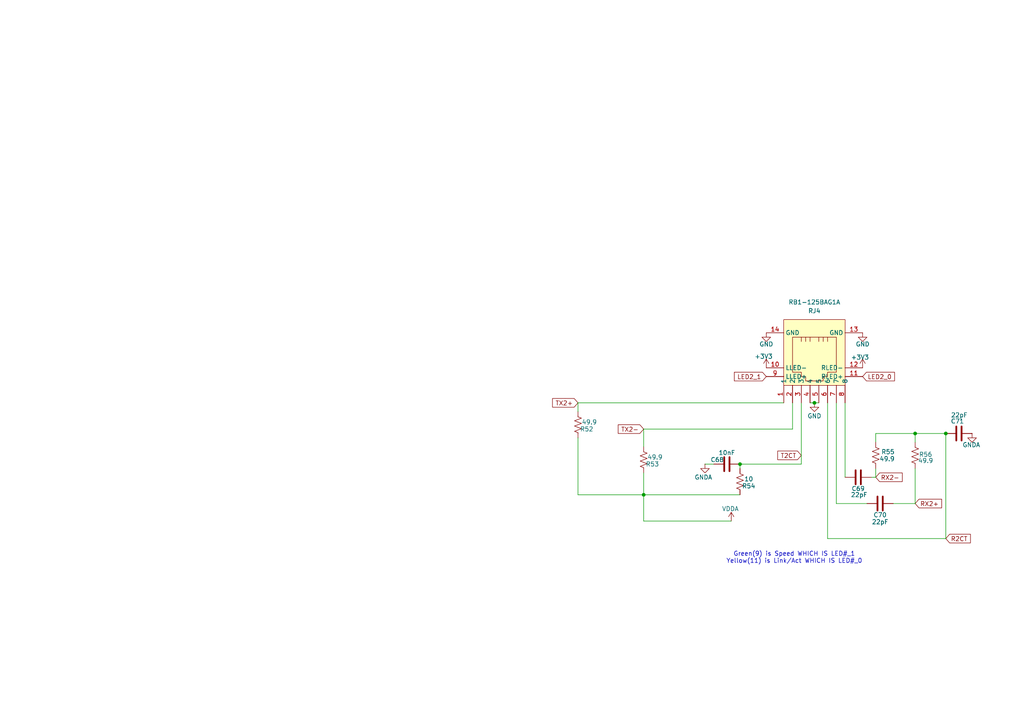
<source format=kicad_sch>
(kicad_sch (version 20250114) (generator "eeschema") (generator_version "9.0")
  (paper "A4")
  (title_block (date "2025-04-01") (rev "1") (company "Bronco Space") (comment 1 "SCALES") (comment 2 "By John Pollak"))
  (lib_symbols
    (symbol "Device:C" (pin_numbers (hide yes)) (pin_names (offset 0.254))
      (property "Reference" "C" (at 0.635 2.54 0))
      (property "Value" "C" (at 0.635 -2.54 0))
      (symbol "C_0_1"
        (polyline (pts (xy -2.032 0.762) (xy 2.032 0.762)) (stroke (width 0.508)))
        (polyline (pts (xy -2.032 -0.762) (xy 2.032 -0.762)) (stroke (width 0.508)))
      )
      (symbol "C_1_1"
        (pin passive line (at 0 3.81 270) (length 2.794) (name "~") (number "1"))
        (pin passive line (at 0 -3.81 90) (length 2.794) (name "~") (number "2"))
      )
    )
    (symbol "Device:R_US" (pin_numbers (hide yes)) (pin_names (offset 0))
      (property "Reference" "R" (at 2.54 0 90))
      (property "Value" "R_US" (at -2.54 0 90))
      (symbol "R_US_0_1"
        (polyline (pts (xy 0 2.286) (xy 0 2.54)))
        (polyline (pts (xy 0 2.286) (xy 1.016 1.905) (xy 0 1.524) (xy -1.016 1.143) (xy 0 0.762)))
        (polyline (pts (xy 0 0.762) (xy 1.016 0.381) (xy 0 0) (xy -1.016 -0.381) (xy 0 -0.762)))
        (polyline (pts (xy 0 -0.762) (xy 1.016 -1.143) (xy 0 -1.524) (xy -1.016 -1.905) (xy 0 -2.286)))
        (polyline (pts (xy 0 -2.286) (xy 0 -2.54)))
      )
      (symbol "R_US_1_1"
        (pin passive line (at 0 3.81 270) (length 1.27) (name "~") (number "1"))
        (pin passive line (at 0 -3.81 90) (length 1.27) (name "~") (number "2"))
      )
    )
    (symbol "easyeda2kicad:RB1-125BAG1A"
      (property "Reference" "RJ" (at 0 12.7 0))
      (property "Value" "RB1-125BAG1A" (at 0 -17.78 0))
      (symbol "RB1-125BAG1A_0_1"
        (rectangle (start -7.62 11.43) (end 10.16 -7.62) (fill (type background)))
        (polyline (pts (xy -2.54 6.35) (xy -2.54 5.08) (xy -2.54 5.08)))
        (polyline (pts (xy -1.27 6.35) (xy -1.27 5.08) (xy -1.27 5.08)))
        (polyline (pts (xy 0 6.35) (xy 0 5.08) (xy 0 5.08)))
        (polyline (pts (xy 2.54 6.35) (xy 2.54 5.08) (xy 2.54 5.08)))
        (polyline (pts (xy 3.81 6.35) (xy 3.81 5.08) (xy 3.81 5.08)))
        (polyline (pts (xy 5.08 6.35) (xy 5.08 5.08) (xy 5.08 5.08)))
        (polyline (pts (xy 7.62 6.35) (xy -5.08 6.35) (xy -5.08 -3.81) (xy -2.54 -3.81) (xy -2.54 -5.08) (xy -1.27 -5.08) (xy -1.27 -5.08) (xy -1.27 -6.35) (xy 3.81 -6.35) (xy 3.81 -5.08) (xy 5.08 -5.08) (xy 5.08 -3.81) (xy 7.62 -3.81) (xy 7.62 6.35) (xy 7.62 5.08)))
        (pin unspecified line (at -12.7 7.62 0) (length 5.08) (name "GND") (number "14"))
        (pin unspecified line (at -12.7 -2.54 0) (length 5.08) (name "LLED-") (number "10"))
        (pin unspecified line (at -12.7 -5.08 0) (length 5.08) (name "LLED+") (number "9"))
        (pin unspecified line (at -7.62 -12.7 90) (length 5.08) (name "1") (number "1"))
        (pin unspecified line (at -5.08 -12.7 90) (length 5.08) (name "2") (number "2"))
        (pin unspecified line (at -2.54 -12.7 90) (length 5.08) (name "3") (number "3"))
        (pin unspecified line (at 0 -12.7 90) (length 5.08) (name "4") (number "4"))
        (pin unspecified line (at 2.54 -12.7 90) (length 5.08) (name "5") (number "5"))
        (pin unspecified line (at 5.08 -12.7 90) (length 5.08) (name "6") (number "6"))
        (pin unspecified line (at 7.62 -12.7 90) (length 5.08) (name "7") (number "7"))
        (pin unspecified line (at 10.16 -12.7 90) (length 5.08) (name "8") (number "8"))
        (pin unspecified line (at 15.24 7.62 180) (length 5.08) (name "GND") (number "13"))
        (pin unspecified line (at 15.24 -2.54 180) (length 5.08) (name "RLED-") (number "12"))
        (pin unspecified line (at 15.24 -5.08 180) (length 5.08) (name "RLED+") (number "11"))
      )
    )
    (symbol "power:+3V3" (power) (pin_numbers (hide yes)) (pin_names (offset 0) (hide yes))
      (property "Value" "+3V3" (at 0 3.556 0))
      (symbol "+3V3_0_1"
        (polyline (pts (xy -0.762 1.27) (xy 0 2.54)))
        (polyline (pts (xy 0 2.54) (xy 0.762 1.27)))
        (polyline (pts (xy 0 0) (xy 0 2.54)))
      )
      (symbol "+3V3_1_1"
        (pin power_in line (at 0 0 90) (length 0) (name "~") (number "1"))
      )
    )
    (symbol "power:GND" (power) (pin_numbers (hide yes)) (pin_names (offset 0) (hide yes))
      (property "Value" "GND" (at 0 -3.81 0))
      (symbol "GND_0_1"
        (polyline (pts (xy 0 0) (xy 0 -1.27) (xy 1.27 -1.27) (xy 0 -2.54) (xy -1.27 -1.27) (xy 0 -1.27)))
      )
      (symbol "GND_1_1"
        (pin power_in line (at 0 0 270) (length 0) (name "~") (number "1"))
      )
    )
    (symbol "power:VPP" (power) (pin_numbers (hide yes)) (pin_names (offset 0) (hide yes))
      (property "Value" "VPP" (at 0 3.556 0))
      (symbol "VPP_0_1"
        (polyline (pts (xy -0.762 1.27) (xy 0 2.54)))
        (polyline (pts (xy 0 2.54) (xy 0.762 1.27)))
        (polyline (pts (xy 0 0) (xy 0 2.54)))
      )
      (symbol "VPP_1_1"
        (pin power_in line (at 0 0 90) (length 0) (name "~") (number "1"))
      )
    )
  )
  (text "Green(9) is Speed WHICH IS LED#_1\nYellow(11) is Link/Act WHICH IS LED#_0\n" (at 230.378 161.798 0) (effects (font (size 1.27 1.27))))
  (junction (at 186.69 143.51))
  (junction (at 236.22 116.84))
  (junction (at 214.63 134.62))
  (junction (at 265.43 125.73))
  (junction (at 274.32 125.73))
  (wire (pts (xy 265.43 125.73) (xy 265.43 128.27)))
  (wire (pts (xy 229.87 124.46) (xy 186.69 124.46)))
  (wire (pts (xy 186.69 151.13) (xy 186.69 143.51)))
  (wire (pts (xy 254 125.73) (xy 254 128.27)))
  (wire (pts (xy 254 138.43) (xy 252.73 138.43)))
  (wire (pts (xy 214.63 135.89) (xy 214.63 134.62)))
  (wire (pts (xy 232.41 116.84) (xy 232.41 134.62)))
  (wire (pts (xy 245.11 116.84) (xy 245.11 138.43)))
  (wire (pts (xy 240.03 116.84) (xy 240.03 156.21)))
  (wire (pts (xy 186.69 137.16) (xy 186.69 143.51)))
  (wire (pts (xy 242.57 146.05) (xy 242.57 116.84)))
  (wire (pts (xy 167.64 116.84) (xy 227.33 116.84)))
  (wire (pts (xy 254 138.43) (xy 254 135.89)))
  (wire (pts (xy 167.64 116.84) (xy 167.64 119.38)))
  (wire (pts (xy 274.32 156.21) (xy 274.32 125.73)))
  (wire (pts (xy 214.63 143.51) (xy 186.69 143.51)))
  (wire (pts (xy 186.69 129.54) (xy 186.69 124.46)))
  (wire (pts (xy 214.63 134.62) (xy 232.41 134.62)))
  (wire (pts (xy 167.64 127) (xy 167.64 143.51)))
  (wire (pts (xy 236.22 116.84) (xy 234.95 116.84)))
  (wire (pts (xy 251.46 146.05) (xy 242.57 146.05)))
  (wire (pts (xy 229.87 124.46) (xy 229.87 116.84)))
  (wire (pts (xy 274.32 125.73) (xy 265.43 125.73)))
  (wire (pts (xy 167.64 143.51) (xy 186.69 143.51)))
  (wire (pts (xy 212.09 151.13) (xy 186.69 151.13)))
  (wire (pts (xy 237.49 116.84) (xy 236.22 116.84)))
  (wire (pts (xy 259.08 146.05) (xy 265.43 146.05)))
  (wire (pts (xy 254 125.73) (xy 265.43 125.73)))
  (wire (pts (xy 204.47 134.62) (xy 207.01 134.62)))
  (wire (pts (xy 265.43 146.05) (xy 265.43 135.89)))
  (wire (pts (xy 240.03 156.21) (xy 274.32 156.21)))
  (global_label "R2CT" (shape input) (at 274.32 156.21 0) (property "Intersheetrefs" "${INTERSHEET_REFS}" (effects (hide yes))))
  (global_label "RX2-" (shape input) (at 254 138.43 0) (property "Intersheetrefs" "${INTERSHEET_REFS}" (effects (hide yes))))
  (global_label "TX2+" (shape input) (at 167.64 116.84 180) (property "Intersheetrefs" "${INTERSHEET_REFS}" (effects (hide yes))))
  (global_label "TX2-" (shape input) (at 186.69 124.46 180) (property "Intersheetrefs" "${INTERSHEET_REFS}" (effects (hide yes))))
  (global_label "LED2_1" (shape input) (at 222.25 109.22 180) (property "Intersheetrefs" "${INTERSHEET_REFS}" (effects (hide yes))))
  (global_label "LED2_0" (shape input) (at 250.19 109.22 0) (property "Intersheetrefs" "${INTERSHEET_REFS}" (effects (hide yes))))
  (global_label "T2CT" (shape input) (at 232.41 132.08 180) (property "Intersheetrefs" "${INTERSHEET_REFS}" (effects (hide yes))))
  (global_label "RX2+" (shape input) (at 265.43 146.05 0) (property "Intersheetrefs" "${INTERSHEET_REFS}" (effects (hide yes))))
  (symbol (lib_id "power:+3V3") (at 250.19 106.68 0) (unit 1)
    (property "Reference" "#PWR0133" (effects (hide yes)))
    (property "Value" "+3V3" (at 249.428 103.632 0))
    (property "Description" "Power symbol creates a global label with name \"+3V3\"" (effects (hide yes)))
  )
  (symbol (lib_id "power:GND") (at 236.22 116.84 0) (unit 1)
    (property "Reference" "#PWR0131" (effects (hide yes)))
    (property "Value" "GND" (at 236.22 120.65 0))
    (property "Description" "Power symbol creates a global label with name \"GND\" , ground" (effects (hide yes)))
  )
  (symbol (lib_id "Device:R_US") (at 186.69 133.35 0) (unit 1)
    (property "Reference" "R53" (at 189.23 134.62 0))
    (property "Value" "49.9" (at 189.992 132.588 0))
    (property "Footprint" "Resistor_SMD:R_0603_1608Metric" (effects (hide yes)))
    (property "Description" "Resistor, US symbol" (effects (hide yes)))
  )
  (symbol (lib_id "Device:R_US") (at 265.43 132.08 0) (unit 1)
    (property "Reference" "R56" (at 268.478 131.826 0))
    (property "Value" "49.9" (at 268.478 133.604 0))
    (property "Footprint" "Resistor_SMD:R_0603_1608Metric" (effects (hide yes)))
    (property "Description" "Resistor, US symbol" (effects (hide yes)))
  )
  (symbol (lib_id "easyeda2kicad:RB1-125BAG1A") (at 234.95 104.14 0) (unit 1)
    (property "Reference" "RJ4" (at 236.22 90.17 0))
    (property "Value" "RB1-125BAG1A" (at 236.22 87.63 0))
    (property "Footprint" "easyeda2kicad:RJ45-TH_RB1-125BAG1A" (effects (hide yes)))
    (property "Datasheet" "https://lcsc.com/product-detail/Ethernet-Connectors-Modular-Connectors-RJ45-RJ11_WIZNET-RB1-125BAG1A_C910370.html" (effects (hide yes)))
    (property "LCSC Part" "C910370" (effects (hide yes)))
  )
  (symbol (lib_id "power:+3V3") (at 222.25 106.68 0) (unit 1)
    (property "Reference" "#PWR0130" (effects (hide yes)))
    (property "Value" "+3V3" (at 221.488 103.378 0))
    (property "Description" "Power symbol creates a global label with name \"+3V3\"" (effects (hide yes)))
  )
  (symbol (lib_id "Device:C") (at 248.92 138.43 270) (unit 1)
    (property "Reference" "C69" (at 248.92 141.732 90))
    (property "Value" "22pF" (at 249.174 143.51 90))
    (property "Footprint" "Capacitor_SMD:C_0402_1005Metric" (effects (hide yes)))
    (property "Description" "Unpolarized capacitor" (effects (hide yes)))
  )
  (symbol (lib_id "power:GND") (at 204.47 134.62 0) (unit 1)
    (property "Reference" "#PWR0127" (effects (hide yes)))
    (property "Value" "GNDA" (at 201.422 138.43 0) (effects (justify left)))
    (property "Description" "Power symbol creates a global label with name \"GND\" , ground" (effects (hide yes)))
  )
  (symbol (lib_id "Device:R_US") (at 254 132.08 0) (unit 1)
    (property "Reference" "R55" (at 257.556 131.064 0))
    (property "Value" "49.9" (at 257.302 133.096 0))
    (property "Footprint" "Resistor_SMD:R_0603_1608Metric" (effects (hide yes)))
    (property "Description" "Resistor, US symbol" (effects (hide yes)))
  )
  (symbol (lib_id "Device:C") (at 210.82 134.62 90) (unit 1)
    (property "Reference" "C68" (at 208.026 133.35 90))
    (property "Value" "10nF" (at 210.82 131.318 90))
    (property "Footprint" "Capacitor_SMD:C_0402_1005Metric" (effects (hide yes)))
    (property "Description" "Unpolarized capacitor" (effects (hide yes)))
  )
  (symbol (lib_id "power:GND") (at 222.25 96.52 0) (unit 1)
    (property "Reference" "#PWR0129" (effects (hide yes)))
    (property "Value" "GND" (at 220.218 99.822 0) (effects (justify left)))
    (property "Description" "Power symbol creates a global label with name \"GND\" , ground" (effects (hide yes)))
  )
  (symbol (lib_id "Device:R_US") (at 214.63 139.7 0) (unit 1)
    (property "Reference" "R54" (at 217.17 140.97 0))
    (property "Value" "10" (at 217.17 138.938 0))
    (property "Footprint" "Resistor_SMD:R_0603_1608Metric" (effects (hide yes)))
    (property "Description" "Resistor, US symbol" (effects (hide yes)))
  )
  (symbol (lib_id "power:GND") (at 250.19 96.52 0) (unit 1)
    (property "Reference" "#PWR0132" (effects (hide yes)))
    (property "Value" "GND" (at 248.158 99.822 0) (effects (justify left)))
    (property "Description" "Power symbol creates a global label with name \"GND\" , ground" (effects (hide yes)))
  )
  (symbol (lib_id "power:GND") (at 281.94 125.73 0) (unit 1)
    (property "Reference" "#PWR0134" (effects (hide yes)))
    (property "Value" "GNDA" (at 279.146 129.032 0) (effects (justify left)))
    (property "Description" "Power symbol creates a global label with name \"GND\" , ground" (effects (hide yes)))
  )
  (symbol (lib_id "Device:C") (at 255.27 146.05 270) (unit 1)
    (property "Reference" "C70" (at 255.27 149.352 90))
    (property "Value" "22pF" (at 255.27 151.384 90))
    (property "Footprint" "Capacitor_SMD:C_0402_1005Metric" (effects (hide yes)))
    (property "Description" "Unpolarized capacitor" (effects (hide yes)))
  )
  (symbol (lib_id "Device:C") (at 278.13 125.73 270) (unit 1)
    (property "Reference" "C71" (at 279.654 122.174 90) (effects (justify right)))
    (property "Value" "22pF" (at 280.67 120.396 90) (effects (justify right)))
    (property "Footprint" "Capacitor_SMD:C_0402_1005Metric" (effects (hide yes)))
    (property "Description" "Unpolarized capacitor" (effects (hide yes)))
  )
  (symbol (lib_id "Device:R_US") (at 167.64 123.19 0) (unit 1)
    (property "Reference" "R52" (at 170.18 124.46 0))
    (property "Value" "49.9" (at 170.942 122.428 0))
    (property "Footprint" "Resistor_SMD:R_0603_1608Metric" (effects (hide yes)))
    (property "Description" "Resistor, US symbol" (effects (hide yes)))
  )
  (symbol (lib_id "power:VPP") (at 212.09 151.13 0) (unit 1)
    (property "Reference" "#PWR0128" (effects (hide yes)))
    (property "Value" "VDDA" (at 211.836 147.574 0))
    (property "Description" "Power symbol creates a global label with name \"VPP\"" (effects (hide yes)))
  )
)
</source>
